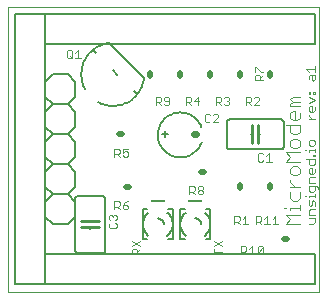
<source format=gto>
G75*
%MOIN*%
%OFA0B0*%
%FSLAX24Y24*%
%IPPOS*%
%LPD*%
%AMOC8*
5,1,8,0,0,1.08239X$1,22.5*
%
%ADD10C,0.0000*%
%ADD11C,0.0040*%
%ADD12C,0.0030*%
%ADD13C,0.0200*%
%ADD14C,0.0060*%
%ADD15C,0.0100*%
%ADD16C,0.0240*%
%ADD17R,0.0500X0.0050*%
%ADD18C,0.0050*%
D10*
X000100Y000100D02*
X000100Y009596D01*
X010470Y009596D01*
X010470Y000100D01*
X000100Y000100D01*
D11*
X009370Y002370D02*
X009523Y002523D01*
X009370Y002677D01*
X009830Y002677D01*
X009830Y002830D02*
X009830Y002984D01*
X009830Y002907D02*
X009523Y002907D01*
X009523Y002830D01*
X009370Y002907D02*
X009293Y002907D01*
X009600Y003137D02*
X009753Y003137D01*
X009830Y003214D01*
X009830Y003444D01*
X009830Y003598D02*
X009523Y003598D01*
X009523Y003751D02*
X009523Y003828D01*
X009523Y003751D02*
X009677Y003598D01*
X009523Y003444D02*
X009523Y003214D01*
X009600Y003137D01*
X009830Y002370D02*
X009370Y002370D01*
X009600Y003981D02*
X009523Y004058D01*
X009523Y004212D01*
X009600Y004288D01*
X009753Y004288D01*
X009830Y004212D01*
X009830Y004058D01*
X009753Y003981D01*
X009600Y003981D01*
X009830Y004442D02*
X009370Y004442D01*
X009523Y004595D01*
X009370Y004749D01*
X009830Y004749D01*
X009753Y004902D02*
X009600Y004902D01*
X009523Y004979D01*
X009523Y005132D01*
X009600Y005209D01*
X009753Y005209D01*
X009830Y005132D01*
X009830Y004979D01*
X009753Y004902D01*
X009753Y005363D02*
X009600Y005363D01*
X009523Y005439D01*
X009523Y005669D01*
X009370Y005669D02*
X009830Y005669D01*
X009830Y005439D01*
X009753Y005363D01*
X009753Y005823D02*
X009600Y005823D01*
X009523Y005900D01*
X009523Y006053D01*
X009600Y006130D01*
X009677Y006130D01*
X009677Y005823D01*
X009753Y005823D02*
X009830Y005900D01*
X009830Y006053D01*
X009830Y006283D02*
X009523Y006283D01*
X009523Y006360D01*
X009600Y006437D01*
X009523Y006514D01*
X009600Y006590D01*
X009830Y006590D01*
X009830Y006437D02*
X009600Y006437D01*
D12*
X010142Y006405D02*
X010335Y006502D01*
X010142Y006599D01*
X010142Y006700D02*
X010190Y006700D01*
X010190Y006748D01*
X010142Y006748D01*
X010142Y006700D01*
X010287Y006700D02*
X010335Y006700D01*
X010335Y006748D01*
X010287Y006748D01*
X010287Y006700D01*
X010238Y006304D02*
X010190Y006304D01*
X010142Y006256D01*
X010142Y006159D01*
X010190Y006111D01*
X010287Y006111D01*
X010335Y006159D01*
X010335Y006256D01*
X010238Y006304D02*
X010238Y006111D01*
X010142Y006010D02*
X010142Y005962D01*
X010238Y005865D01*
X010142Y005865D02*
X010335Y005865D01*
X010287Y005161D02*
X010190Y005161D01*
X010142Y005113D01*
X010142Y005016D01*
X010190Y004968D01*
X010287Y004968D01*
X010335Y005016D01*
X010335Y005113D01*
X010287Y005161D01*
X010335Y004868D02*
X010335Y004771D01*
X010335Y004820D02*
X010142Y004820D01*
X010142Y004771D01*
X010045Y004820D02*
X009996Y004820D01*
X010045Y004523D02*
X010335Y004523D01*
X010335Y004378D01*
X010287Y004329D01*
X010190Y004329D01*
X010142Y004378D01*
X010142Y004523D01*
X010287Y004624D02*
X010287Y004672D01*
X010335Y004672D01*
X010335Y004624D01*
X010287Y004624D01*
X010238Y004228D02*
X010190Y004228D01*
X010142Y004180D01*
X010142Y004083D01*
X010190Y004035D01*
X010287Y004035D01*
X010335Y004083D01*
X010335Y004180D01*
X010238Y004228D02*
X010238Y004035D01*
X010190Y003934D02*
X010335Y003934D01*
X010190Y003934D02*
X010142Y003885D01*
X010142Y003740D01*
X010335Y003740D01*
X010335Y003639D02*
X010335Y003494D01*
X010287Y003445D01*
X010190Y003445D01*
X010142Y003494D01*
X010142Y003639D01*
X010383Y003639D01*
X010432Y003591D01*
X010432Y003542D01*
X010335Y003346D02*
X010335Y003249D01*
X010335Y003297D02*
X010142Y003297D01*
X010142Y003249D01*
X010142Y003148D02*
X010142Y003003D01*
X010190Y002954D01*
X010238Y003003D01*
X010238Y003099D01*
X010287Y003148D01*
X010335Y003099D01*
X010335Y002954D01*
X010335Y002853D02*
X010190Y002853D01*
X010142Y002805D01*
X010142Y002660D01*
X010335Y002660D01*
X010335Y002558D02*
X010142Y002558D01*
X010142Y002365D02*
X010287Y002365D01*
X010335Y002413D01*
X010335Y002558D01*
X010045Y003297D02*
X009996Y003297D01*
X009019Y002625D02*
X009019Y002355D01*
X008929Y002355D02*
X009109Y002355D01*
X008929Y002535D02*
X009019Y002625D01*
X008743Y002625D02*
X008743Y002355D01*
X008653Y002355D02*
X008833Y002355D01*
X008653Y002535D02*
X008743Y002625D01*
X008556Y002580D02*
X008556Y002490D01*
X008511Y002445D01*
X008376Y002445D01*
X008376Y002355D02*
X008376Y002625D01*
X008511Y002625D01*
X008556Y002580D01*
X008466Y002445D02*
X008556Y002355D01*
X008109Y002355D02*
X007929Y002355D01*
X008019Y002355D02*
X008019Y002625D01*
X007929Y002535D01*
X007833Y002490D02*
X007788Y002445D01*
X007653Y002445D01*
X007743Y002445D02*
X007833Y002355D01*
X007833Y002490D02*
X007833Y002580D01*
X007788Y002625D01*
X007653Y002625D01*
X007653Y002355D01*
X007255Y001811D02*
X006985Y001631D01*
X006985Y001535D02*
X006985Y001355D01*
X006985Y001445D02*
X007255Y001445D01*
X007255Y001631D02*
X006985Y001811D01*
X007876Y001625D02*
X007876Y001355D01*
X007876Y001445D02*
X008011Y001445D01*
X008056Y001490D01*
X008056Y001580D01*
X008011Y001625D01*
X007876Y001625D01*
X007966Y001445D02*
X008056Y001355D01*
X008153Y001355D02*
X008333Y001355D01*
X008243Y001355D02*
X008243Y001625D01*
X008153Y001535D01*
X008429Y001580D02*
X008429Y001400D01*
X008609Y001580D01*
X008609Y001400D01*
X008564Y001355D01*
X008474Y001355D01*
X008429Y001400D01*
X008429Y001580D02*
X008474Y001625D01*
X008564Y001625D01*
X008609Y001580D01*
X006609Y003400D02*
X006564Y003355D01*
X006474Y003355D01*
X006429Y003400D01*
X006429Y003445D01*
X006474Y003490D01*
X006564Y003490D01*
X006609Y003445D01*
X006609Y003400D01*
X006564Y003490D02*
X006609Y003535D01*
X006609Y003580D01*
X006564Y003625D01*
X006474Y003625D01*
X006429Y003580D01*
X006429Y003535D01*
X006474Y003490D01*
X006333Y003490D02*
X006333Y003580D01*
X006288Y003625D01*
X006153Y003625D01*
X006153Y003355D01*
X006153Y003445D02*
X006288Y003445D01*
X006333Y003490D01*
X006243Y003445D02*
X006333Y003355D01*
X004505Y001811D02*
X004235Y001631D01*
X004280Y001535D02*
X004235Y001490D01*
X004235Y001355D01*
X004505Y001355D01*
X004415Y001355D02*
X004415Y001490D01*
X004370Y001535D01*
X004280Y001535D01*
X004415Y001445D02*
X004505Y001535D01*
X004505Y001631D02*
X004235Y001811D01*
X003735Y002260D02*
X003735Y002350D01*
X003690Y002395D01*
X003690Y002491D02*
X003735Y002536D01*
X003735Y002626D01*
X003690Y002671D01*
X003645Y002671D01*
X003600Y002626D01*
X003600Y002581D01*
X003600Y002626D02*
X003555Y002671D01*
X003510Y002671D01*
X003465Y002626D01*
X003465Y002536D01*
X003510Y002491D01*
X003510Y002395D02*
X003465Y002350D01*
X003465Y002260D01*
X003510Y002215D01*
X003690Y002215D01*
X003735Y002260D01*
X003653Y002855D02*
X003653Y003125D01*
X003788Y003125D01*
X003833Y003080D01*
X003833Y002990D01*
X003788Y002945D01*
X003653Y002945D01*
X003743Y002945D02*
X003833Y002855D01*
X003929Y002900D02*
X003929Y002990D01*
X004064Y002990D01*
X004109Y002945D01*
X004109Y002900D01*
X004064Y002855D01*
X003974Y002855D01*
X003929Y002900D01*
X003929Y002990D02*
X004019Y003080D01*
X004109Y003125D01*
X004064Y004605D02*
X003974Y004605D01*
X003929Y004650D01*
X003929Y004740D02*
X004019Y004785D01*
X004064Y004785D01*
X004109Y004740D01*
X004109Y004650D01*
X004064Y004605D01*
X003929Y004740D02*
X003929Y004875D01*
X004109Y004875D01*
X003833Y004830D02*
X003833Y004740D01*
X003788Y004695D01*
X003653Y004695D01*
X003743Y004695D02*
X003833Y004605D01*
X003653Y004605D02*
X003653Y004875D01*
X003788Y004875D01*
X003833Y004830D01*
X005025Y006325D02*
X005025Y006595D01*
X005160Y006595D01*
X005205Y006550D01*
X005205Y006460D01*
X005160Y006415D01*
X005025Y006415D01*
X005115Y006415D02*
X005205Y006325D01*
X005301Y006370D02*
X005346Y006325D01*
X005436Y006325D01*
X005481Y006370D01*
X005481Y006550D01*
X005436Y006595D01*
X005346Y006595D01*
X005301Y006550D01*
X005301Y006505D01*
X005346Y006460D01*
X005481Y006460D01*
X006025Y006415D02*
X006160Y006415D01*
X006205Y006460D01*
X006205Y006550D01*
X006160Y006595D01*
X006025Y006595D01*
X006025Y006325D01*
X006115Y006415D02*
X006205Y006325D01*
X006301Y006460D02*
X006481Y006460D01*
X006436Y006325D02*
X006436Y006595D01*
X006301Y006460D01*
X006710Y006035D02*
X006665Y005990D01*
X006665Y005810D01*
X006710Y005765D01*
X006800Y005765D01*
X006845Y005810D01*
X006941Y005765D02*
X007121Y005945D01*
X007121Y005990D01*
X007076Y006035D01*
X006986Y006035D01*
X006941Y005990D01*
X006845Y005990D02*
X006800Y006035D01*
X006710Y006035D01*
X006941Y005765D02*
X007121Y005765D01*
X007205Y006325D02*
X007115Y006415D01*
X007160Y006415D02*
X007025Y006415D01*
X007025Y006325D02*
X007025Y006595D01*
X007160Y006595D01*
X007205Y006550D01*
X007205Y006460D01*
X007160Y006415D01*
X007301Y006370D02*
X007346Y006325D01*
X007436Y006325D01*
X007481Y006370D01*
X007481Y006415D01*
X007436Y006460D01*
X007391Y006460D01*
X007436Y006460D02*
X007481Y006505D01*
X007481Y006550D01*
X007436Y006595D01*
X007346Y006595D01*
X007301Y006550D01*
X008025Y006595D02*
X008025Y006325D01*
X008025Y006415D02*
X008160Y006415D01*
X008205Y006460D01*
X008205Y006550D01*
X008160Y006595D01*
X008025Y006595D01*
X008115Y006415D02*
X008205Y006325D01*
X008301Y006325D02*
X008481Y006505D01*
X008481Y006550D01*
X008436Y006595D01*
X008346Y006595D01*
X008301Y006550D01*
X008301Y006325D02*
X008481Y006325D01*
X008505Y007153D02*
X008505Y007288D01*
X008460Y007333D01*
X008370Y007333D01*
X008325Y007288D01*
X008325Y007153D01*
X008595Y007153D01*
X008505Y007243D02*
X008595Y007333D01*
X008595Y007429D02*
X008550Y007429D01*
X008370Y007609D01*
X008325Y007609D01*
X008325Y007429D01*
X010045Y007533D02*
X010335Y007533D01*
X010335Y007436D02*
X010335Y007630D01*
X010142Y007436D02*
X010045Y007533D01*
X010190Y007335D02*
X010335Y007335D01*
X010335Y007190D01*
X010287Y007142D01*
X010238Y007190D01*
X010238Y007335D01*
X010190Y007335D02*
X010142Y007287D01*
X010142Y007190D01*
X008817Y004735D02*
X008817Y004445D01*
X008720Y004445D02*
X008914Y004445D01*
X008720Y004638D02*
X008817Y004735D01*
X008619Y004687D02*
X008571Y004735D01*
X008474Y004735D01*
X008426Y004687D01*
X008426Y004493D01*
X008474Y004445D01*
X008571Y004445D01*
X008619Y004493D01*
X002531Y007888D02*
X002351Y007888D01*
X002441Y007888D02*
X002441Y008158D01*
X002351Y008068D01*
X002255Y008113D02*
X002255Y007933D01*
X002210Y007888D01*
X002120Y007888D01*
X002075Y007933D01*
X002075Y008113D01*
X002120Y008158D01*
X002210Y008158D01*
X002255Y008113D01*
X002165Y007978D02*
X002255Y007888D01*
D13*
X004850Y007400D02*
X004850Y007300D01*
X005850Y007300D02*
X005850Y007400D01*
X006850Y007400D02*
X006850Y007300D01*
X007850Y007300D02*
X007850Y007400D01*
X008850Y007400D02*
X008850Y007300D01*
X006650Y004100D02*
X006550Y004100D01*
X007850Y003650D02*
X007850Y003550D01*
X008850Y003550D02*
X008850Y003650D01*
X009300Y001850D02*
X009400Y001850D01*
X004150Y003600D02*
X004050Y003600D01*
X003900Y005350D02*
X003800Y005350D01*
D14*
X002350Y005100D02*
X002350Y004600D01*
X002100Y004350D01*
X002350Y004100D01*
X002350Y003600D01*
X002100Y003350D01*
X002350Y003100D01*
X002350Y002600D01*
X002100Y002350D01*
X001600Y002350D01*
X001350Y002600D01*
X001350Y003100D01*
X001600Y003350D01*
X001350Y003600D01*
X001350Y004100D01*
X001600Y004350D01*
X001350Y004600D01*
X001350Y005100D01*
X001600Y005350D01*
X001350Y005600D01*
X001350Y006100D01*
X001600Y006350D01*
X002100Y006350D01*
X002350Y006100D01*
X002350Y005600D01*
X002100Y005350D01*
X001600Y005350D01*
X002100Y005350D01*
X002350Y005100D01*
X002100Y004350D02*
X001600Y004350D01*
X001600Y003350D02*
X002100Y003350D01*
X002350Y003200D02*
X002350Y001500D01*
X002352Y001483D01*
X002356Y001466D01*
X002363Y001450D01*
X002373Y001436D01*
X002386Y001423D01*
X002400Y001413D01*
X002416Y001406D01*
X002433Y001402D01*
X002450Y001400D01*
X003250Y001400D01*
X003267Y001402D01*
X003284Y001406D01*
X003300Y001413D01*
X003314Y001423D01*
X003327Y001436D01*
X003337Y001450D01*
X003344Y001466D01*
X003348Y001483D01*
X003350Y001500D01*
X003350Y003200D01*
X003348Y003217D01*
X003344Y003234D01*
X003337Y003250D01*
X003327Y003264D01*
X003314Y003277D01*
X003300Y003287D01*
X003284Y003294D01*
X003267Y003298D01*
X003250Y003300D01*
X002450Y003300D01*
X002433Y003298D01*
X002416Y003294D01*
X002400Y003287D01*
X002386Y003277D01*
X002373Y003264D01*
X002363Y003250D01*
X002356Y003234D01*
X002352Y003217D01*
X002350Y003200D01*
X002850Y002500D02*
X002850Y002450D01*
X002850Y002250D02*
X002850Y002200D01*
X004600Y002350D02*
X004600Y001850D01*
X004750Y001850D01*
X004600Y002350D02*
X004600Y002850D01*
X004750Y002850D01*
X005412Y002740D02*
X005443Y002714D01*
X005472Y002685D01*
X005498Y002653D01*
X005521Y002620D01*
X005541Y002585D01*
X005559Y002548D01*
X005574Y002510D01*
X005585Y002471D01*
X005593Y002431D01*
X005598Y002391D01*
X005600Y002350D01*
X005600Y002850D01*
X005450Y002850D01*
X005850Y002850D02*
X006000Y002850D01*
X005850Y002850D02*
X005850Y002350D01*
X005850Y001850D01*
X006000Y001850D01*
X005600Y001850D02*
X005450Y001850D01*
X005600Y001850D02*
X005600Y002350D01*
X005300Y002350D02*
X005298Y002376D01*
X005293Y002402D01*
X005285Y002427D01*
X005273Y002450D01*
X005259Y002472D01*
X005241Y002491D01*
X005222Y002509D01*
X005200Y002523D01*
X005177Y002535D01*
X005152Y002543D01*
X005126Y002548D01*
X005100Y002550D01*
X004788Y002740D02*
X004757Y002714D01*
X004728Y002685D01*
X004702Y002653D01*
X004679Y002620D01*
X004659Y002585D01*
X004641Y002548D01*
X004626Y002510D01*
X004615Y002471D01*
X004607Y002431D01*
X004602Y002391D01*
X004600Y002350D01*
X005412Y001960D02*
X005443Y001986D01*
X005472Y002015D01*
X005498Y002047D01*
X005521Y002080D01*
X005541Y002115D01*
X005559Y002152D01*
X005574Y002190D01*
X005585Y002229D01*
X005593Y002269D01*
X005598Y002309D01*
X005600Y002350D01*
X004788Y001960D02*
X004757Y001986D01*
X004728Y002015D01*
X004702Y002047D01*
X004679Y002080D01*
X004659Y002115D01*
X004641Y002152D01*
X004626Y002190D01*
X004615Y002229D01*
X004607Y002269D01*
X004602Y002309D01*
X004600Y002350D01*
X006662Y001960D02*
X006693Y001986D01*
X006722Y002015D01*
X006748Y002047D01*
X006771Y002080D01*
X006791Y002115D01*
X006809Y002152D01*
X006824Y002190D01*
X006835Y002229D01*
X006843Y002269D01*
X006848Y002309D01*
X006850Y002350D01*
X006850Y002850D01*
X006700Y002850D01*
X006850Y002350D02*
X006850Y001850D01*
X006700Y001850D01*
X006038Y001960D02*
X006007Y001986D01*
X005978Y002015D01*
X005952Y002047D01*
X005929Y002080D01*
X005909Y002115D01*
X005891Y002152D01*
X005876Y002190D01*
X005865Y002229D01*
X005857Y002269D01*
X005852Y002309D01*
X005850Y002350D01*
X006662Y002740D02*
X006693Y002714D01*
X006722Y002685D01*
X006748Y002653D01*
X006771Y002620D01*
X006791Y002585D01*
X006809Y002548D01*
X006824Y002510D01*
X006835Y002471D01*
X006843Y002431D01*
X006848Y002391D01*
X006850Y002350D01*
X006550Y002350D02*
X006548Y002376D01*
X006543Y002402D01*
X006535Y002427D01*
X006523Y002450D01*
X006509Y002472D01*
X006491Y002491D01*
X006472Y002509D01*
X006450Y002523D01*
X006427Y002535D01*
X006402Y002543D01*
X006376Y002548D01*
X006350Y002550D01*
X006038Y002740D02*
X006007Y002714D01*
X005978Y002685D01*
X005952Y002653D01*
X005929Y002620D01*
X005909Y002585D01*
X005891Y002548D01*
X005876Y002510D01*
X005865Y002471D01*
X005857Y002431D01*
X005852Y002391D01*
X005850Y002350D01*
X007500Y004850D02*
X009200Y004850D01*
X009217Y004852D01*
X009234Y004856D01*
X009250Y004863D01*
X009264Y004873D01*
X009277Y004886D01*
X009287Y004900D01*
X009294Y004916D01*
X009298Y004933D01*
X009300Y004950D01*
X009300Y005750D01*
X009298Y005767D01*
X009294Y005784D01*
X009287Y005800D01*
X009277Y005814D01*
X009264Y005827D01*
X009250Y005837D01*
X009234Y005844D01*
X009217Y005848D01*
X009200Y005850D01*
X007500Y005850D01*
X007483Y005848D01*
X007466Y005844D01*
X007450Y005837D01*
X007436Y005827D01*
X007423Y005814D01*
X007413Y005800D01*
X007406Y005784D01*
X007402Y005767D01*
X007400Y005750D01*
X007400Y004950D01*
X007402Y004933D01*
X007406Y004916D01*
X007413Y004900D01*
X007423Y004886D01*
X007436Y004873D01*
X007450Y004863D01*
X007466Y004856D01*
X007483Y004852D01*
X007500Y004850D01*
X008200Y005350D02*
X008250Y005350D01*
X008450Y005350D02*
X008500Y005350D01*
X006562Y005096D02*
X006544Y005045D01*
X006522Y004996D01*
X006496Y004949D01*
X006467Y004904D01*
X006435Y004861D01*
X006400Y004820D01*
X006362Y004782D01*
X006321Y004746D01*
X006278Y004714D01*
X006233Y004685D01*
X006186Y004659D01*
X006137Y004637D01*
X006086Y004618D01*
X006034Y004603D01*
X005982Y004592D01*
X005929Y004584D01*
X005875Y004580D01*
X005821Y004581D01*
X005767Y004585D01*
X005714Y004592D01*
X005662Y004604D01*
X005610Y004619D01*
X005560Y004638D01*
X005511Y004661D01*
X005464Y004687D01*
X005419Y004716D01*
X005376Y004749D01*
X005335Y004784D01*
X005298Y004823D01*
X005263Y004864D01*
X005231Y004907D01*
X005202Y004952D01*
X005177Y005000D01*
X005155Y005049D01*
X005136Y005100D01*
X005122Y005151D01*
X005111Y005204D01*
X005104Y005257D01*
X005100Y005311D01*
X005101Y005365D01*
X005105Y005419D01*
X005114Y005472D01*
X005126Y005524D01*
X005141Y005576D01*
X005161Y005626D01*
X005184Y005674D01*
X005210Y005721D01*
X005240Y005766D01*
X005273Y005809D01*
X005309Y005849D01*
X005347Y005886D01*
X005388Y005921D01*
X005432Y005953D01*
X005478Y005981D01*
X005525Y006006D01*
X005575Y006028D01*
X005625Y006046D01*
X005677Y006060D01*
X005730Y006070D01*
X005783Y006077D01*
X005837Y006080D01*
X005891Y006079D01*
X005944Y006074D01*
X005998Y006065D01*
X006050Y006053D01*
X006101Y006037D01*
X006151Y006017D01*
X006200Y005993D01*
X006246Y005967D01*
X006291Y005937D01*
X006333Y005903D01*
X006373Y005867D01*
X006410Y005828D01*
X006445Y005787D01*
X006476Y005743D01*
X006504Y005697D01*
X006529Y005649D01*
X006550Y005600D01*
X005450Y005350D02*
X005250Y005350D01*
X005350Y005250D02*
X005350Y005450D01*
X002350Y006600D02*
X002350Y007100D01*
X002100Y007350D01*
X001600Y007350D01*
X001350Y007100D01*
X001350Y006600D01*
X001600Y006350D01*
X002100Y006350D01*
X002350Y006600D01*
D15*
X002550Y002450D02*
X002850Y002450D01*
X003150Y002450D01*
X003150Y002250D02*
X002850Y002250D01*
X002550Y002250D01*
X008250Y005050D02*
X008250Y005350D01*
X008250Y005650D01*
X008450Y005650D02*
X008450Y005350D01*
X008450Y005050D01*
D16*
X006380Y005350D02*
X006300Y005350D01*
D17*
X006350Y003125D03*
X005100Y003125D03*
D18*
X001350Y001350D02*
X001350Y000350D01*
X010350Y000350D01*
X010350Y001350D01*
X001350Y001350D01*
X001350Y000350D02*
X000350Y000350D01*
X000350Y009350D01*
X001350Y009350D01*
X001350Y000350D01*
X004410Y006682D02*
X004298Y006793D01*
X004643Y007227D02*
X003477Y008393D01*
X003043Y008048D02*
X002932Y008160D01*
X003591Y007500D02*
X003750Y007341D01*
X004643Y007226D02*
X004634Y007167D01*
X004622Y007108D01*
X004606Y007050D01*
X004588Y006993D01*
X004565Y006937D01*
X004540Y006883D01*
X004512Y006830D01*
X004481Y006778D01*
X004447Y006729D01*
X004410Y006682D01*
X004369Y006635D01*
X004325Y006590D01*
X004278Y006549D01*
X004230Y006510D01*
X004179Y006474D01*
X004126Y006441D01*
X004071Y006411D01*
X004014Y006385D01*
X003956Y006362D01*
X003897Y006343D01*
X003836Y006327D01*
X003775Y006315D01*
X003713Y006306D01*
X003651Y006301D01*
X003589Y006300D01*
X003526Y006303D01*
X003464Y006309D01*
X003403Y006319D01*
X003342Y006332D01*
X003282Y006349D01*
X003223Y006370D01*
X003165Y006394D01*
X003109Y006422D01*
X002672Y006859D02*
X002644Y006917D01*
X002619Y006975D01*
X002598Y007035D01*
X002581Y007097D01*
X002568Y007159D01*
X002558Y007222D01*
X002552Y007285D01*
X002550Y007349D01*
X002552Y007412D01*
X002558Y007476D01*
X002567Y007538D01*
X002580Y007601D01*
X002597Y007662D01*
X002618Y007722D01*
X002642Y007781D01*
X002670Y007838D01*
X002702Y007893D01*
X002736Y007947D01*
X002774Y007998D01*
X002815Y008047D01*
X002858Y008093D01*
X002905Y008137D01*
X002954Y008177D01*
X003005Y008215D01*
X003058Y008249D01*
X003114Y008281D01*
X003171Y008308D01*
X003230Y008333D01*
X003290Y008353D01*
X003351Y008370D01*
X003414Y008383D01*
X003477Y008393D01*
X001350Y008350D02*
X001350Y009350D01*
X010350Y009350D01*
X010350Y008350D01*
X001350Y008350D01*
M02*

</source>
